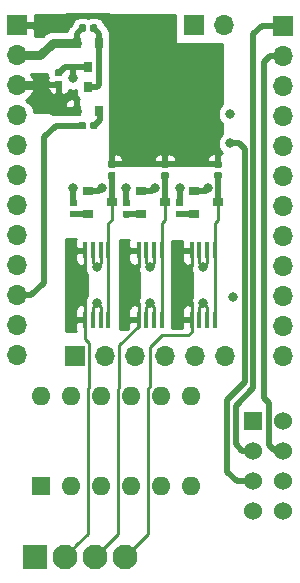
<source format=gbr>
G04 #@! TF.GenerationSoftware,KiCad,Pcbnew,(5.1.5)-3*
G04 #@! TF.CreationDate,2020-06-15T12:52:53-05:00*
G04 #@! TF.ProjectId,LightDriverShieldVer1,4c696768-7444-4726-9976-657253686965,rev?*
G04 #@! TF.SameCoordinates,Original*
G04 #@! TF.FileFunction,Copper,L1,Top*
G04 #@! TF.FilePolarity,Positive*
%FSLAX46Y46*%
G04 Gerber Fmt 4.6, Leading zero omitted, Abs format (unit mm)*
G04 Created by KiCad (PCBNEW (5.1.5)-3) date 2020-06-15 12:52:53*
%MOMM*%
%LPD*%
G04 APERTURE LIST*
%ADD10R,0.450000X1.450000*%
%ADD11C,0.100000*%
%ADD12R,0.900000X0.800000*%
%ADD13O,1.700000X1.700000*%
%ADD14R,1.700000X1.700000*%
%ADD15C,1.524000*%
%ADD16R,1.524000X1.524000*%
%ADD17O,1.600000X1.600000*%
%ADD18R,1.600000X1.600000*%
%ADD19R,0.800000X0.900000*%
%ADD20C,2.100000*%
%ADD21R,2.100000X2.100000*%
%ADD22C,0.800000*%
%ADD23C,0.750000*%
%ADD24C,0.500000*%
%ADD25C,0.250000*%
%ADD26C,0.254000*%
G04 APERTURE END LIST*
D10*
X105775000Y-111050000D03*
X106425000Y-111050000D03*
X107075000Y-111050000D03*
X107725000Y-111050000D03*
X107725000Y-116950000D03*
X107075000Y-116950000D03*
X106425000Y-116950000D03*
X105775000Y-116950000D03*
X114775000Y-111050000D03*
X115425000Y-111050000D03*
X116075000Y-111050000D03*
X116725000Y-111050000D03*
X116725000Y-116950000D03*
X116075000Y-116950000D03*
X115425000Y-116950000D03*
X114775000Y-116950000D03*
X110275000Y-111050000D03*
X110925000Y-111050000D03*
X111575000Y-111050000D03*
X112225000Y-111050000D03*
X112225000Y-116950000D03*
X111575000Y-116950000D03*
X110925000Y-116950000D03*
X110275000Y-116950000D03*
G04 #@! TA.AperFunction,SMDPad,CuDef*
D11*
G36*
X117186958Y-103470710D02*
G01*
X117201276Y-103472834D01*
X117215317Y-103476351D01*
X117228946Y-103481228D01*
X117242031Y-103487417D01*
X117254447Y-103494858D01*
X117266073Y-103503481D01*
X117276798Y-103513202D01*
X117286519Y-103523927D01*
X117295142Y-103535553D01*
X117302583Y-103547969D01*
X117308772Y-103561054D01*
X117313649Y-103574683D01*
X117317166Y-103588724D01*
X117319290Y-103603042D01*
X117320000Y-103617500D01*
X117320000Y-103912500D01*
X117319290Y-103926958D01*
X117317166Y-103941276D01*
X117313649Y-103955317D01*
X117308772Y-103968946D01*
X117302583Y-103982031D01*
X117295142Y-103994447D01*
X117286519Y-104006073D01*
X117276798Y-104016798D01*
X117266073Y-104026519D01*
X117254447Y-104035142D01*
X117242031Y-104042583D01*
X117228946Y-104048772D01*
X117215317Y-104053649D01*
X117201276Y-104057166D01*
X117186958Y-104059290D01*
X117172500Y-104060000D01*
X116827500Y-104060000D01*
X116813042Y-104059290D01*
X116798724Y-104057166D01*
X116784683Y-104053649D01*
X116771054Y-104048772D01*
X116757969Y-104042583D01*
X116745553Y-104035142D01*
X116733927Y-104026519D01*
X116723202Y-104016798D01*
X116713481Y-104006073D01*
X116704858Y-103994447D01*
X116697417Y-103982031D01*
X116691228Y-103968946D01*
X116686351Y-103955317D01*
X116682834Y-103941276D01*
X116680710Y-103926958D01*
X116680000Y-103912500D01*
X116680000Y-103617500D01*
X116680710Y-103603042D01*
X116682834Y-103588724D01*
X116686351Y-103574683D01*
X116691228Y-103561054D01*
X116697417Y-103547969D01*
X116704858Y-103535553D01*
X116713481Y-103523927D01*
X116723202Y-103513202D01*
X116733927Y-103503481D01*
X116745553Y-103494858D01*
X116757969Y-103487417D01*
X116771054Y-103481228D01*
X116784683Y-103476351D01*
X116798724Y-103472834D01*
X116813042Y-103470710D01*
X116827500Y-103470000D01*
X117172500Y-103470000D01*
X117186958Y-103470710D01*
G37*
G04 #@! TD.AperFunction*
G04 #@! TA.AperFunction,SMDPad,CuDef*
G36*
X117186958Y-104440710D02*
G01*
X117201276Y-104442834D01*
X117215317Y-104446351D01*
X117228946Y-104451228D01*
X117242031Y-104457417D01*
X117254447Y-104464858D01*
X117266073Y-104473481D01*
X117276798Y-104483202D01*
X117286519Y-104493927D01*
X117295142Y-104505553D01*
X117302583Y-104517969D01*
X117308772Y-104531054D01*
X117313649Y-104544683D01*
X117317166Y-104558724D01*
X117319290Y-104573042D01*
X117320000Y-104587500D01*
X117320000Y-104882500D01*
X117319290Y-104896958D01*
X117317166Y-104911276D01*
X117313649Y-104925317D01*
X117308772Y-104938946D01*
X117302583Y-104952031D01*
X117295142Y-104964447D01*
X117286519Y-104976073D01*
X117276798Y-104986798D01*
X117266073Y-104996519D01*
X117254447Y-105005142D01*
X117242031Y-105012583D01*
X117228946Y-105018772D01*
X117215317Y-105023649D01*
X117201276Y-105027166D01*
X117186958Y-105029290D01*
X117172500Y-105030000D01*
X116827500Y-105030000D01*
X116813042Y-105029290D01*
X116798724Y-105027166D01*
X116784683Y-105023649D01*
X116771054Y-105018772D01*
X116757969Y-105012583D01*
X116745553Y-105005142D01*
X116733927Y-104996519D01*
X116723202Y-104986798D01*
X116713481Y-104976073D01*
X116704858Y-104964447D01*
X116697417Y-104952031D01*
X116691228Y-104938946D01*
X116686351Y-104925317D01*
X116682834Y-104911276D01*
X116680710Y-104896958D01*
X116680000Y-104882500D01*
X116680000Y-104587500D01*
X116680710Y-104573042D01*
X116682834Y-104558724D01*
X116686351Y-104544683D01*
X116691228Y-104531054D01*
X116697417Y-104517969D01*
X116704858Y-104505553D01*
X116713481Y-104493927D01*
X116723202Y-104483202D01*
X116733927Y-104473481D01*
X116745553Y-104464858D01*
X116757969Y-104457417D01*
X116771054Y-104451228D01*
X116784683Y-104446351D01*
X116798724Y-104442834D01*
X116813042Y-104440710D01*
X116827500Y-104440000D01*
X117172500Y-104440000D01*
X117186958Y-104440710D01*
G37*
G04 #@! TD.AperFunction*
G04 #@! TA.AperFunction,SMDPad,CuDef*
G36*
X113936958Y-107690710D02*
G01*
X113951276Y-107692834D01*
X113965317Y-107696351D01*
X113978946Y-107701228D01*
X113992031Y-107707417D01*
X114004447Y-107714858D01*
X114016073Y-107723481D01*
X114026798Y-107733202D01*
X114036519Y-107743927D01*
X114045142Y-107755553D01*
X114052583Y-107767969D01*
X114058772Y-107781054D01*
X114063649Y-107794683D01*
X114067166Y-107808724D01*
X114069290Y-107823042D01*
X114070000Y-107837500D01*
X114070000Y-108132500D01*
X114069290Y-108146958D01*
X114067166Y-108161276D01*
X114063649Y-108175317D01*
X114058772Y-108188946D01*
X114052583Y-108202031D01*
X114045142Y-108214447D01*
X114036519Y-108226073D01*
X114026798Y-108236798D01*
X114016073Y-108246519D01*
X114004447Y-108255142D01*
X113992031Y-108262583D01*
X113978946Y-108268772D01*
X113965317Y-108273649D01*
X113951276Y-108277166D01*
X113936958Y-108279290D01*
X113922500Y-108280000D01*
X113577500Y-108280000D01*
X113563042Y-108279290D01*
X113548724Y-108277166D01*
X113534683Y-108273649D01*
X113521054Y-108268772D01*
X113507969Y-108262583D01*
X113495553Y-108255142D01*
X113483927Y-108246519D01*
X113473202Y-108236798D01*
X113463481Y-108226073D01*
X113454858Y-108214447D01*
X113447417Y-108202031D01*
X113441228Y-108188946D01*
X113436351Y-108175317D01*
X113432834Y-108161276D01*
X113430710Y-108146958D01*
X113430000Y-108132500D01*
X113430000Y-107837500D01*
X113430710Y-107823042D01*
X113432834Y-107808724D01*
X113436351Y-107794683D01*
X113441228Y-107781054D01*
X113447417Y-107767969D01*
X113454858Y-107755553D01*
X113463481Y-107743927D01*
X113473202Y-107733202D01*
X113483927Y-107723481D01*
X113495553Y-107714858D01*
X113507969Y-107707417D01*
X113521054Y-107701228D01*
X113534683Y-107696351D01*
X113548724Y-107692834D01*
X113563042Y-107690710D01*
X113577500Y-107690000D01*
X113922500Y-107690000D01*
X113936958Y-107690710D01*
G37*
G04 #@! TD.AperFunction*
G04 #@! TA.AperFunction,SMDPad,CuDef*
G36*
X113936958Y-106720710D02*
G01*
X113951276Y-106722834D01*
X113965317Y-106726351D01*
X113978946Y-106731228D01*
X113992031Y-106737417D01*
X114004447Y-106744858D01*
X114016073Y-106753481D01*
X114026798Y-106763202D01*
X114036519Y-106773927D01*
X114045142Y-106785553D01*
X114052583Y-106797969D01*
X114058772Y-106811054D01*
X114063649Y-106824683D01*
X114067166Y-106838724D01*
X114069290Y-106853042D01*
X114070000Y-106867500D01*
X114070000Y-107162500D01*
X114069290Y-107176958D01*
X114067166Y-107191276D01*
X114063649Y-107205317D01*
X114058772Y-107218946D01*
X114052583Y-107232031D01*
X114045142Y-107244447D01*
X114036519Y-107256073D01*
X114026798Y-107266798D01*
X114016073Y-107276519D01*
X114004447Y-107285142D01*
X113992031Y-107292583D01*
X113978946Y-107298772D01*
X113965317Y-107303649D01*
X113951276Y-107307166D01*
X113936958Y-107309290D01*
X113922500Y-107310000D01*
X113577500Y-107310000D01*
X113563042Y-107309290D01*
X113548724Y-107307166D01*
X113534683Y-107303649D01*
X113521054Y-107298772D01*
X113507969Y-107292583D01*
X113495553Y-107285142D01*
X113483927Y-107276519D01*
X113473202Y-107266798D01*
X113463481Y-107256073D01*
X113454858Y-107244447D01*
X113447417Y-107232031D01*
X113441228Y-107218946D01*
X113436351Y-107205317D01*
X113432834Y-107191276D01*
X113430710Y-107176958D01*
X113430000Y-107162500D01*
X113430000Y-106867500D01*
X113430710Y-106853042D01*
X113432834Y-106838724D01*
X113436351Y-106824683D01*
X113441228Y-106811054D01*
X113447417Y-106797969D01*
X113454858Y-106785553D01*
X113463481Y-106773927D01*
X113473202Y-106763202D01*
X113483927Y-106753481D01*
X113495553Y-106744858D01*
X113507969Y-106737417D01*
X113521054Y-106731228D01*
X113534683Y-106726351D01*
X113548724Y-106722834D01*
X113563042Y-106720710D01*
X113577500Y-106720000D01*
X113922500Y-106720000D01*
X113936958Y-106720710D01*
G37*
G04 #@! TD.AperFunction*
G04 #@! TA.AperFunction,SMDPad,CuDef*
G36*
X112686958Y-103470710D02*
G01*
X112701276Y-103472834D01*
X112715317Y-103476351D01*
X112728946Y-103481228D01*
X112742031Y-103487417D01*
X112754447Y-103494858D01*
X112766073Y-103503481D01*
X112776798Y-103513202D01*
X112786519Y-103523927D01*
X112795142Y-103535553D01*
X112802583Y-103547969D01*
X112808772Y-103561054D01*
X112813649Y-103574683D01*
X112817166Y-103588724D01*
X112819290Y-103603042D01*
X112820000Y-103617500D01*
X112820000Y-103912500D01*
X112819290Y-103926958D01*
X112817166Y-103941276D01*
X112813649Y-103955317D01*
X112808772Y-103968946D01*
X112802583Y-103982031D01*
X112795142Y-103994447D01*
X112786519Y-104006073D01*
X112776798Y-104016798D01*
X112766073Y-104026519D01*
X112754447Y-104035142D01*
X112742031Y-104042583D01*
X112728946Y-104048772D01*
X112715317Y-104053649D01*
X112701276Y-104057166D01*
X112686958Y-104059290D01*
X112672500Y-104060000D01*
X112327500Y-104060000D01*
X112313042Y-104059290D01*
X112298724Y-104057166D01*
X112284683Y-104053649D01*
X112271054Y-104048772D01*
X112257969Y-104042583D01*
X112245553Y-104035142D01*
X112233927Y-104026519D01*
X112223202Y-104016798D01*
X112213481Y-104006073D01*
X112204858Y-103994447D01*
X112197417Y-103982031D01*
X112191228Y-103968946D01*
X112186351Y-103955317D01*
X112182834Y-103941276D01*
X112180710Y-103926958D01*
X112180000Y-103912500D01*
X112180000Y-103617500D01*
X112180710Y-103603042D01*
X112182834Y-103588724D01*
X112186351Y-103574683D01*
X112191228Y-103561054D01*
X112197417Y-103547969D01*
X112204858Y-103535553D01*
X112213481Y-103523927D01*
X112223202Y-103513202D01*
X112233927Y-103503481D01*
X112245553Y-103494858D01*
X112257969Y-103487417D01*
X112271054Y-103481228D01*
X112284683Y-103476351D01*
X112298724Y-103472834D01*
X112313042Y-103470710D01*
X112327500Y-103470000D01*
X112672500Y-103470000D01*
X112686958Y-103470710D01*
G37*
G04 #@! TD.AperFunction*
G04 #@! TA.AperFunction,SMDPad,CuDef*
G36*
X112686958Y-104440710D02*
G01*
X112701276Y-104442834D01*
X112715317Y-104446351D01*
X112728946Y-104451228D01*
X112742031Y-104457417D01*
X112754447Y-104464858D01*
X112766073Y-104473481D01*
X112776798Y-104483202D01*
X112786519Y-104493927D01*
X112795142Y-104505553D01*
X112802583Y-104517969D01*
X112808772Y-104531054D01*
X112813649Y-104544683D01*
X112817166Y-104558724D01*
X112819290Y-104573042D01*
X112820000Y-104587500D01*
X112820000Y-104882500D01*
X112819290Y-104896958D01*
X112817166Y-104911276D01*
X112813649Y-104925317D01*
X112808772Y-104938946D01*
X112802583Y-104952031D01*
X112795142Y-104964447D01*
X112786519Y-104976073D01*
X112776798Y-104986798D01*
X112766073Y-104996519D01*
X112754447Y-105005142D01*
X112742031Y-105012583D01*
X112728946Y-105018772D01*
X112715317Y-105023649D01*
X112701276Y-105027166D01*
X112686958Y-105029290D01*
X112672500Y-105030000D01*
X112327500Y-105030000D01*
X112313042Y-105029290D01*
X112298724Y-105027166D01*
X112284683Y-105023649D01*
X112271054Y-105018772D01*
X112257969Y-105012583D01*
X112245553Y-105005142D01*
X112233927Y-104996519D01*
X112223202Y-104986798D01*
X112213481Y-104976073D01*
X112204858Y-104964447D01*
X112197417Y-104952031D01*
X112191228Y-104938946D01*
X112186351Y-104925317D01*
X112182834Y-104911276D01*
X112180710Y-104896958D01*
X112180000Y-104882500D01*
X112180000Y-104587500D01*
X112180710Y-104573042D01*
X112182834Y-104558724D01*
X112186351Y-104544683D01*
X112191228Y-104531054D01*
X112197417Y-104517969D01*
X112204858Y-104505553D01*
X112213481Y-104493927D01*
X112223202Y-104483202D01*
X112233927Y-104473481D01*
X112245553Y-104464858D01*
X112257969Y-104457417D01*
X112271054Y-104451228D01*
X112284683Y-104446351D01*
X112298724Y-104442834D01*
X112313042Y-104440710D01*
X112327500Y-104440000D01*
X112672500Y-104440000D01*
X112686958Y-104440710D01*
G37*
G04 #@! TD.AperFunction*
G04 #@! TA.AperFunction,SMDPad,CuDef*
G36*
X108186958Y-103470710D02*
G01*
X108201276Y-103472834D01*
X108215317Y-103476351D01*
X108228946Y-103481228D01*
X108242031Y-103487417D01*
X108254447Y-103494858D01*
X108266073Y-103503481D01*
X108276798Y-103513202D01*
X108286519Y-103523927D01*
X108295142Y-103535553D01*
X108302583Y-103547969D01*
X108308772Y-103561054D01*
X108313649Y-103574683D01*
X108317166Y-103588724D01*
X108319290Y-103603042D01*
X108320000Y-103617500D01*
X108320000Y-103912500D01*
X108319290Y-103926958D01*
X108317166Y-103941276D01*
X108313649Y-103955317D01*
X108308772Y-103968946D01*
X108302583Y-103982031D01*
X108295142Y-103994447D01*
X108286519Y-104006073D01*
X108276798Y-104016798D01*
X108266073Y-104026519D01*
X108254447Y-104035142D01*
X108242031Y-104042583D01*
X108228946Y-104048772D01*
X108215317Y-104053649D01*
X108201276Y-104057166D01*
X108186958Y-104059290D01*
X108172500Y-104060000D01*
X107827500Y-104060000D01*
X107813042Y-104059290D01*
X107798724Y-104057166D01*
X107784683Y-104053649D01*
X107771054Y-104048772D01*
X107757969Y-104042583D01*
X107745553Y-104035142D01*
X107733927Y-104026519D01*
X107723202Y-104016798D01*
X107713481Y-104006073D01*
X107704858Y-103994447D01*
X107697417Y-103982031D01*
X107691228Y-103968946D01*
X107686351Y-103955317D01*
X107682834Y-103941276D01*
X107680710Y-103926958D01*
X107680000Y-103912500D01*
X107680000Y-103617500D01*
X107680710Y-103603042D01*
X107682834Y-103588724D01*
X107686351Y-103574683D01*
X107691228Y-103561054D01*
X107697417Y-103547969D01*
X107704858Y-103535553D01*
X107713481Y-103523927D01*
X107723202Y-103513202D01*
X107733927Y-103503481D01*
X107745553Y-103494858D01*
X107757969Y-103487417D01*
X107771054Y-103481228D01*
X107784683Y-103476351D01*
X107798724Y-103472834D01*
X107813042Y-103470710D01*
X107827500Y-103470000D01*
X108172500Y-103470000D01*
X108186958Y-103470710D01*
G37*
G04 #@! TD.AperFunction*
G04 #@! TA.AperFunction,SMDPad,CuDef*
G36*
X108186958Y-104440710D02*
G01*
X108201276Y-104442834D01*
X108215317Y-104446351D01*
X108228946Y-104451228D01*
X108242031Y-104457417D01*
X108254447Y-104464858D01*
X108266073Y-104473481D01*
X108276798Y-104483202D01*
X108286519Y-104493927D01*
X108295142Y-104505553D01*
X108302583Y-104517969D01*
X108308772Y-104531054D01*
X108313649Y-104544683D01*
X108317166Y-104558724D01*
X108319290Y-104573042D01*
X108320000Y-104587500D01*
X108320000Y-104882500D01*
X108319290Y-104896958D01*
X108317166Y-104911276D01*
X108313649Y-104925317D01*
X108308772Y-104938946D01*
X108302583Y-104952031D01*
X108295142Y-104964447D01*
X108286519Y-104976073D01*
X108276798Y-104986798D01*
X108266073Y-104996519D01*
X108254447Y-105005142D01*
X108242031Y-105012583D01*
X108228946Y-105018772D01*
X108215317Y-105023649D01*
X108201276Y-105027166D01*
X108186958Y-105029290D01*
X108172500Y-105030000D01*
X107827500Y-105030000D01*
X107813042Y-105029290D01*
X107798724Y-105027166D01*
X107784683Y-105023649D01*
X107771054Y-105018772D01*
X107757969Y-105012583D01*
X107745553Y-105005142D01*
X107733927Y-104996519D01*
X107723202Y-104986798D01*
X107713481Y-104976073D01*
X107704858Y-104964447D01*
X107697417Y-104952031D01*
X107691228Y-104938946D01*
X107686351Y-104925317D01*
X107682834Y-104911276D01*
X107680710Y-104896958D01*
X107680000Y-104882500D01*
X107680000Y-104587500D01*
X107680710Y-104573042D01*
X107682834Y-104558724D01*
X107686351Y-104544683D01*
X107691228Y-104531054D01*
X107697417Y-104517969D01*
X107704858Y-104505553D01*
X107713481Y-104493927D01*
X107723202Y-104483202D01*
X107733927Y-104473481D01*
X107745553Y-104464858D01*
X107757969Y-104457417D01*
X107771054Y-104451228D01*
X107784683Y-104446351D01*
X107798724Y-104442834D01*
X107813042Y-104440710D01*
X107827500Y-104440000D01*
X108172500Y-104440000D01*
X108186958Y-104440710D01*
G37*
G04 #@! TD.AperFunction*
G04 #@! TA.AperFunction,SMDPad,CuDef*
G36*
X109436958Y-107705710D02*
G01*
X109451276Y-107707834D01*
X109465317Y-107711351D01*
X109478946Y-107716228D01*
X109492031Y-107722417D01*
X109504447Y-107729858D01*
X109516073Y-107738481D01*
X109526798Y-107748202D01*
X109536519Y-107758927D01*
X109545142Y-107770553D01*
X109552583Y-107782969D01*
X109558772Y-107796054D01*
X109563649Y-107809683D01*
X109567166Y-107823724D01*
X109569290Y-107838042D01*
X109570000Y-107852500D01*
X109570000Y-108147500D01*
X109569290Y-108161958D01*
X109567166Y-108176276D01*
X109563649Y-108190317D01*
X109558772Y-108203946D01*
X109552583Y-108217031D01*
X109545142Y-108229447D01*
X109536519Y-108241073D01*
X109526798Y-108251798D01*
X109516073Y-108261519D01*
X109504447Y-108270142D01*
X109492031Y-108277583D01*
X109478946Y-108283772D01*
X109465317Y-108288649D01*
X109451276Y-108292166D01*
X109436958Y-108294290D01*
X109422500Y-108295000D01*
X109077500Y-108295000D01*
X109063042Y-108294290D01*
X109048724Y-108292166D01*
X109034683Y-108288649D01*
X109021054Y-108283772D01*
X109007969Y-108277583D01*
X108995553Y-108270142D01*
X108983927Y-108261519D01*
X108973202Y-108251798D01*
X108963481Y-108241073D01*
X108954858Y-108229447D01*
X108947417Y-108217031D01*
X108941228Y-108203946D01*
X108936351Y-108190317D01*
X108932834Y-108176276D01*
X108930710Y-108161958D01*
X108930000Y-108147500D01*
X108930000Y-107852500D01*
X108930710Y-107838042D01*
X108932834Y-107823724D01*
X108936351Y-107809683D01*
X108941228Y-107796054D01*
X108947417Y-107782969D01*
X108954858Y-107770553D01*
X108963481Y-107758927D01*
X108973202Y-107748202D01*
X108983927Y-107738481D01*
X108995553Y-107729858D01*
X109007969Y-107722417D01*
X109021054Y-107716228D01*
X109034683Y-107711351D01*
X109048724Y-107707834D01*
X109063042Y-107705710D01*
X109077500Y-107705000D01*
X109422500Y-107705000D01*
X109436958Y-107705710D01*
G37*
G04 #@! TD.AperFunction*
G04 #@! TA.AperFunction,SMDPad,CuDef*
G36*
X109436958Y-106735710D02*
G01*
X109451276Y-106737834D01*
X109465317Y-106741351D01*
X109478946Y-106746228D01*
X109492031Y-106752417D01*
X109504447Y-106759858D01*
X109516073Y-106768481D01*
X109526798Y-106778202D01*
X109536519Y-106788927D01*
X109545142Y-106800553D01*
X109552583Y-106812969D01*
X109558772Y-106826054D01*
X109563649Y-106839683D01*
X109567166Y-106853724D01*
X109569290Y-106868042D01*
X109570000Y-106882500D01*
X109570000Y-107177500D01*
X109569290Y-107191958D01*
X109567166Y-107206276D01*
X109563649Y-107220317D01*
X109558772Y-107233946D01*
X109552583Y-107247031D01*
X109545142Y-107259447D01*
X109536519Y-107271073D01*
X109526798Y-107281798D01*
X109516073Y-107291519D01*
X109504447Y-107300142D01*
X109492031Y-107307583D01*
X109478946Y-107313772D01*
X109465317Y-107318649D01*
X109451276Y-107322166D01*
X109436958Y-107324290D01*
X109422500Y-107325000D01*
X109077500Y-107325000D01*
X109063042Y-107324290D01*
X109048724Y-107322166D01*
X109034683Y-107318649D01*
X109021054Y-107313772D01*
X109007969Y-107307583D01*
X108995553Y-107300142D01*
X108983927Y-107291519D01*
X108973202Y-107281798D01*
X108963481Y-107271073D01*
X108954858Y-107259447D01*
X108947417Y-107247031D01*
X108941228Y-107233946D01*
X108936351Y-107220317D01*
X108932834Y-107206276D01*
X108930710Y-107191958D01*
X108930000Y-107177500D01*
X108930000Y-106882500D01*
X108930710Y-106868042D01*
X108932834Y-106853724D01*
X108936351Y-106839683D01*
X108941228Y-106826054D01*
X108947417Y-106812969D01*
X108954858Y-106800553D01*
X108963481Y-106788927D01*
X108973202Y-106778202D01*
X108983927Y-106768481D01*
X108995553Y-106759858D01*
X109007969Y-106752417D01*
X109021054Y-106746228D01*
X109034683Y-106741351D01*
X109048724Y-106737834D01*
X109063042Y-106735710D01*
X109077500Y-106735000D01*
X109422500Y-106735000D01*
X109436958Y-106735710D01*
G37*
G04 #@! TD.AperFunction*
G04 #@! TA.AperFunction,SMDPad,CuDef*
G36*
X104936958Y-107690710D02*
G01*
X104951276Y-107692834D01*
X104965317Y-107696351D01*
X104978946Y-107701228D01*
X104992031Y-107707417D01*
X105004447Y-107714858D01*
X105016073Y-107723481D01*
X105026798Y-107733202D01*
X105036519Y-107743927D01*
X105045142Y-107755553D01*
X105052583Y-107767969D01*
X105058772Y-107781054D01*
X105063649Y-107794683D01*
X105067166Y-107808724D01*
X105069290Y-107823042D01*
X105070000Y-107837500D01*
X105070000Y-108132500D01*
X105069290Y-108146958D01*
X105067166Y-108161276D01*
X105063649Y-108175317D01*
X105058772Y-108188946D01*
X105052583Y-108202031D01*
X105045142Y-108214447D01*
X105036519Y-108226073D01*
X105026798Y-108236798D01*
X105016073Y-108246519D01*
X105004447Y-108255142D01*
X104992031Y-108262583D01*
X104978946Y-108268772D01*
X104965317Y-108273649D01*
X104951276Y-108277166D01*
X104936958Y-108279290D01*
X104922500Y-108280000D01*
X104577500Y-108280000D01*
X104563042Y-108279290D01*
X104548724Y-108277166D01*
X104534683Y-108273649D01*
X104521054Y-108268772D01*
X104507969Y-108262583D01*
X104495553Y-108255142D01*
X104483927Y-108246519D01*
X104473202Y-108236798D01*
X104463481Y-108226073D01*
X104454858Y-108214447D01*
X104447417Y-108202031D01*
X104441228Y-108188946D01*
X104436351Y-108175317D01*
X104432834Y-108161276D01*
X104430710Y-108146958D01*
X104430000Y-108132500D01*
X104430000Y-107837500D01*
X104430710Y-107823042D01*
X104432834Y-107808724D01*
X104436351Y-107794683D01*
X104441228Y-107781054D01*
X104447417Y-107767969D01*
X104454858Y-107755553D01*
X104463481Y-107743927D01*
X104473202Y-107733202D01*
X104483927Y-107723481D01*
X104495553Y-107714858D01*
X104507969Y-107707417D01*
X104521054Y-107701228D01*
X104534683Y-107696351D01*
X104548724Y-107692834D01*
X104563042Y-107690710D01*
X104577500Y-107690000D01*
X104922500Y-107690000D01*
X104936958Y-107690710D01*
G37*
G04 #@! TD.AperFunction*
G04 #@! TA.AperFunction,SMDPad,CuDef*
G36*
X104936958Y-106720710D02*
G01*
X104951276Y-106722834D01*
X104965317Y-106726351D01*
X104978946Y-106731228D01*
X104992031Y-106737417D01*
X105004447Y-106744858D01*
X105016073Y-106753481D01*
X105026798Y-106763202D01*
X105036519Y-106773927D01*
X105045142Y-106785553D01*
X105052583Y-106797969D01*
X105058772Y-106811054D01*
X105063649Y-106824683D01*
X105067166Y-106838724D01*
X105069290Y-106853042D01*
X105070000Y-106867500D01*
X105070000Y-107162500D01*
X105069290Y-107176958D01*
X105067166Y-107191276D01*
X105063649Y-107205317D01*
X105058772Y-107218946D01*
X105052583Y-107232031D01*
X105045142Y-107244447D01*
X105036519Y-107256073D01*
X105026798Y-107266798D01*
X105016073Y-107276519D01*
X105004447Y-107285142D01*
X104992031Y-107292583D01*
X104978946Y-107298772D01*
X104965317Y-107303649D01*
X104951276Y-107307166D01*
X104936958Y-107309290D01*
X104922500Y-107310000D01*
X104577500Y-107310000D01*
X104563042Y-107309290D01*
X104548724Y-107307166D01*
X104534683Y-107303649D01*
X104521054Y-107298772D01*
X104507969Y-107292583D01*
X104495553Y-107285142D01*
X104483927Y-107276519D01*
X104473202Y-107266798D01*
X104463481Y-107256073D01*
X104454858Y-107244447D01*
X104447417Y-107232031D01*
X104441228Y-107218946D01*
X104436351Y-107205317D01*
X104432834Y-107191276D01*
X104430710Y-107176958D01*
X104430000Y-107162500D01*
X104430000Y-106867500D01*
X104430710Y-106853042D01*
X104432834Y-106838724D01*
X104436351Y-106824683D01*
X104441228Y-106811054D01*
X104447417Y-106797969D01*
X104454858Y-106785553D01*
X104463481Y-106773927D01*
X104473202Y-106763202D01*
X104483927Y-106753481D01*
X104495553Y-106744858D01*
X104507969Y-106737417D01*
X104521054Y-106731228D01*
X104534683Y-106726351D01*
X104548724Y-106722834D01*
X104563042Y-106720710D01*
X104577500Y-106720000D01*
X104922500Y-106720000D01*
X104936958Y-106720710D01*
G37*
G04 #@! TD.AperFunction*
D12*
X117000000Y-107000000D03*
X115000000Y-107950000D03*
X115000000Y-106050000D03*
X112500000Y-107000000D03*
X110500000Y-107950000D03*
X110500000Y-106050000D03*
X108000000Y-107000000D03*
X106000000Y-107950000D03*
X106000000Y-106050000D03*
D13*
X117500000Y-92000000D03*
D14*
X114960000Y-92000000D03*
D15*
X122540000Y-133120000D03*
X120000000Y-133120000D03*
X122540000Y-130580000D03*
X120000000Y-130580000D03*
X122540000Y-128040000D03*
X120000000Y-128040000D03*
X122540000Y-125500000D03*
D16*
X120000000Y-125500000D03*
D17*
X102000000Y-123380000D03*
X114700000Y-131000000D03*
X104540000Y-123380000D03*
X112160000Y-131000000D03*
X107080000Y-123380000D03*
X109620000Y-131000000D03*
X109620000Y-123380000D03*
X107080000Y-131000000D03*
X112160000Y-123380000D03*
X104540000Y-131000000D03*
X114700000Y-123380000D03*
D18*
X102000000Y-131000000D03*
G04 #@! TA.AperFunction,SMDPad,CuDef*
D11*
G36*
X105676958Y-91930710D02*
G01*
X105691276Y-91932834D01*
X105705317Y-91936351D01*
X105718946Y-91941228D01*
X105732031Y-91947417D01*
X105744447Y-91954858D01*
X105756073Y-91963481D01*
X105766798Y-91973202D01*
X105776519Y-91983927D01*
X105785142Y-91995553D01*
X105792583Y-92007969D01*
X105798772Y-92021054D01*
X105803649Y-92034683D01*
X105807166Y-92048724D01*
X105809290Y-92063042D01*
X105810000Y-92077500D01*
X105810000Y-92422500D01*
X105809290Y-92436958D01*
X105807166Y-92451276D01*
X105803649Y-92465317D01*
X105798772Y-92478946D01*
X105792583Y-92492031D01*
X105785142Y-92504447D01*
X105776519Y-92516073D01*
X105766798Y-92526798D01*
X105756073Y-92536519D01*
X105744447Y-92545142D01*
X105732031Y-92552583D01*
X105718946Y-92558772D01*
X105705317Y-92563649D01*
X105691276Y-92567166D01*
X105676958Y-92569290D01*
X105662500Y-92570000D01*
X105367500Y-92570000D01*
X105353042Y-92569290D01*
X105338724Y-92567166D01*
X105324683Y-92563649D01*
X105311054Y-92558772D01*
X105297969Y-92552583D01*
X105285553Y-92545142D01*
X105273927Y-92536519D01*
X105263202Y-92526798D01*
X105253481Y-92516073D01*
X105244858Y-92504447D01*
X105237417Y-92492031D01*
X105231228Y-92478946D01*
X105226351Y-92465317D01*
X105222834Y-92451276D01*
X105220710Y-92436958D01*
X105220000Y-92422500D01*
X105220000Y-92077500D01*
X105220710Y-92063042D01*
X105222834Y-92048724D01*
X105226351Y-92034683D01*
X105231228Y-92021054D01*
X105237417Y-92007969D01*
X105244858Y-91995553D01*
X105253481Y-91983927D01*
X105263202Y-91973202D01*
X105273927Y-91963481D01*
X105285553Y-91954858D01*
X105297969Y-91947417D01*
X105311054Y-91941228D01*
X105324683Y-91936351D01*
X105338724Y-91932834D01*
X105353042Y-91930710D01*
X105367500Y-91930000D01*
X105662500Y-91930000D01*
X105676958Y-91930710D01*
G37*
G04 #@! TD.AperFunction*
G04 #@! TA.AperFunction,SMDPad,CuDef*
G36*
X106646958Y-91930710D02*
G01*
X106661276Y-91932834D01*
X106675317Y-91936351D01*
X106688946Y-91941228D01*
X106702031Y-91947417D01*
X106714447Y-91954858D01*
X106726073Y-91963481D01*
X106736798Y-91973202D01*
X106746519Y-91983927D01*
X106755142Y-91995553D01*
X106762583Y-92007969D01*
X106768772Y-92021054D01*
X106773649Y-92034683D01*
X106777166Y-92048724D01*
X106779290Y-92063042D01*
X106780000Y-92077500D01*
X106780000Y-92422500D01*
X106779290Y-92436958D01*
X106777166Y-92451276D01*
X106773649Y-92465317D01*
X106768772Y-92478946D01*
X106762583Y-92492031D01*
X106755142Y-92504447D01*
X106746519Y-92516073D01*
X106736798Y-92526798D01*
X106726073Y-92536519D01*
X106714447Y-92545142D01*
X106702031Y-92552583D01*
X106688946Y-92558772D01*
X106675317Y-92563649D01*
X106661276Y-92567166D01*
X106646958Y-92569290D01*
X106632500Y-92570000D01*
X106337500Y-92570000D01*
X106323042Y-92569290D01*
X106308724Y-92567166D01*
X106294683Y-92563649D01*
X106281054Y-92558772D01*
X106267969Y-92552583D01*
X106255553Y-92545142D01*
X106243927Y-92536519D01*
X106233202Y-92526798D01*
X106223481Y-92516073D01*
X106214858Y-92504447D01*
X106207417Y-92492031D01*
X106201228Y-92478946D01*
X106196351Y-92465317D01*
X106192834Y-92451276D01*
X106190710Y-92436958D01*
X106190000Y-92422500D01*
X106190000Y-92077500D01*
X106190710Y-92063042D01*
X106192834Y-92048724D01*
X106196351Y-92034683D01*
X106201228Y-92021054D01*
X106207417Y-92007969D01*
X106214858Y-91995553D01*
X106223481Y-91983927D01*
X106233202Y-91973202D01*
X106243927Y-91963481D01*
X106255553Y-91954858D01*
X106267969Y-91947417D01*
X106281054Y-91941228D01*
X106294683Y-91936351D01*
X106308724Y-91932834D01*
X106323042Y-91930710D01*
X106337500Y-91930000D01*
X106632500Y-91930000D01*
X106646958Y-91930710D01*
G37*
G04 #@! TD.AperFunction*
G04 #@! TA.AperFunction,SMDPad,CuDef*
G36*
X106646958Y-100180710D02*
G01*
X106661276Y-100182834D01*
X106675317Y-100186351D01*
X106688946Y-100191228D01*
X106702031Y-100197417D01*
X106714447Y-100204858D01*
X106726073Y-100213481D01*
X106736798Y-100223202D01*
X106746519Y-100233927D01*
X106755142Y-100245553D01*
X106762583Y-100257969D01*
X106768772Y-100271054D01*
X106773649Y-100284683D01*
X106777166Y-100298724D01*
X106779290Y-100313042D01*
X106780000Y-100327500D01*
X106780000Y-100672500D01*
X106779290Y-100686958D01*
X106777166Y-100701276D01*
X106773649Y-100715317D01*
X106768772Y-100728946D01*
X106762583Y-100742031D01*
X106755142Y-100754447D01*
X106746519Y-100766073D01*
X106736798Y-100776798D01*
X106726073Y-100786519D01*
X106714447Y-100795142D01*
X106702031Y-100802583D01*
X106688946Y-100808772D01*
X106675317Y-100813649D01*
X106661276Y-100817166D01*
X106646958Y-100819290D01*
X106632500Y-100820000D01*
X106337500Y-100820000D01*
X106323042Y-100819290D01*
X106308724Y-100817166D01*
X106294683Y-100813649D01*
X106281054Y-100808772D01*
X106267969Y-100802583D01*
X106255553Y-100795142D01*
X106243927Y-100786519D01*
X106233202Y-100776798D01*
X106223481Y-100766073D01*
X106214858Y-100754447D01*
X106207417Y-100742031D01*
X106201228Y-100728946D01*
X106196351Y-100715317D01*
X106192834Y-100701276D01*
X106190710Y-100686958D01*
X106190000Y-100672500D01*
X106190000Y-100327500D01*
X106190710Y-100313042D01*
X106192834Y-100298724D01*
X106196351Y-100284683D01*
X106201228Y-100271054D01*
X106207417Y-100257969D01*
X106214858Y-100245553D01*
X106223481Y-100233927D01*
X106233202Y-100223202D01*
X106243927Y-100213481D01*
X106255553Y-100204858D01*
X106267969Y-100197417D01*
X106281054Y-100191228D01*
X106294683Y-100186351D01*
X106308724Y-100182834D01*
X106323042Y-100180710D01*
X106337500Y-100180000D01*
X106632500Y-100180000D01*
X106646958Y-100180710D01*
G37*
G04 #@! TD.AperFunction*
G04 #@! TA.AperFunction,SMDPad,CuDef*
G36*
X105676958Y-100180710D02*
G01*
X105691276Y-100182834D01*
X105705317Y-100186351D01*
X105718946Y-100191228D01*
X105732031Y-100197417D01*
X105744447Y-100204858D01*
X105756073Y-100213481D01*
X105766798Y-100223202D01*
X105776519Y-100233927D01*
X105785142Y-100245553D01*
X105792583Y-100257969D01*
X105798772Y-100271054D01*
X105803649Y-100284683D01*
X105807166Y-100298724D01*
X105809290Y-100313042D01*
X105810000Y-100327500D01*
X105810000Y-100672500D01*
X105809290Y-100686958D01*
X105807166Y-100701276D01*
X105803649Y-100715317D01*
X105798772Y-100728946D01*
X105792583Y-100742031D01*
X105785142Y-100754447D01*
X105776519Y-100766073D01*
X105766798Y-100776798D01*
X105756073Y-100786519D01*
X105744447Y-100795142D01*
X105732031Y-100802583D01*
X105718946Y-100808772D01*
X105705317Y-100813649D01*
X105691276Y-100817166D01*
X105676958Y-100819290D01*
X105662500Y-100820000D01*
X105367500Y-100820000D01*
X105353042Y-100819290D01*
X105338724Y-100817166D01*
X105324683Y-100813649D01*
X105311054Y-100808772D01*
X105297969Y-100802583D01*
X105285553Y-100795142D01*
X105273927Y-100786519D01*
X105263202Y-100776798D01*
X105253481Y-100766073D01*
X105244858Y-100754447D01*
X105237417Y-100742031D01*
X105231228Y-100728946D01*
X105226351Y-100715317D01*
X105222834Y-100701276D01*
X105220710Y-100686958D01*
X105220000Y-100672500D01*
X105220000Y-100327500D01*
X105220710Y-100313042D01*
X105222834Y-100298724D01*
X105226351Y-100284683D01*
X105231228Y-100271054D01*
X105237417Y-100257969D01*
X105244858Y-100245553D01*
X105253481Y-100233927D01*
X105263202Y-100223202D01*
X105273927Y-100213481D01*
X105285553Y-100204858D01*
X105297969Y-100197417D01*
X105311054Y-100191228D01*
X105324683Y-100186351D01*
X105338724Y-100182834D01*
X105353042Y-100180710D01*
X105367500Y-100180000D01*
X105662500Y-100180000D01*
X105676958Y-100180710D01*
G37*
G04 #@! TD.AperFunction*
D19*
X106000000Y-95500000D03*
X105050000Y-93500000D03*
X106950000Y-93500000D03*
X106000000Y-97250000D03*
X106950000Y-99250000D03*
X105050000Y-99250000D03*
D20*
X109120000Y-137000000D03*
X106580000Y-137000000D03*
X104040000Y-137000000D03*
D21*
X101500000Y-137000000D03*
D13*
X117620000Y-120000000D03*
X115080000Y-120000000D03*
X112540000Y-120000000D03*
X110000000Y-120000000D03*
X107460000Y-120000000D03*
D14*
X104920000Y-120000000D03*
D13*
X122500000Y-120000000D03*
X122500000Y-117460000D03*
X122500000Y-114920000D03*
X122500000Y-112380000D03*
X122500000Y-109840000D03*
X122500000Y-107300000D03*
X122500000Y-104760000D03*
X122500000Y-102220000D03*
X122500000Y-99680000D03*
X122500000Y-97140000D03*
X122500000Y-94600000D03*
D14*
X122500000Y-92060000D03*
D13*
X100000000Y-119940000D03*
X100000000Y-117400000D03*
X100000000Y-114860000D03*
X100000000Y-112320000D03*
X100000000Y-109780000D03*
X100000000Y-107240000D03*
X100000000Y-104700000D03*
X100000000Y-102160000D03*
X100000000Y-99620000D03*
X100000000Y-97080000D03*
X100000000Y-94540000D03*
D14*
X100000000Y-92000000D03*
G04 #@! TA.AperFunction,SMDPad,CuDef*
D11*
G36*
X103686958Y-96690710D02*
G01*
X103701276Y-96692834D01*
X103715317Y-96696351D01*
X103728946Y-96701228D01*
X103742031Y-96707417D01*
X103754447Y-96714858D01*
X103766073Y-96723481D01*
X103776798Y-96733202D01*
X103786519Y-96743927D01*
X103795142Y-96755553D01*
X103802583Y-96767969D01*
X103808772Y-96781054D01*
X103813649Y-96794683D01*
X103817166Y-96808724D01*
X103819290Y-96823042D01*
X103820000Y-96837500D01*
X103820000Y-97132500D01*
X103819290Y-97146958D01*
X103817166Y-97161276D01*
X103813649Y-97175317D01*
X103808772Y-97188946D01*
X103802583Y-97202031D01*
X103795142Y-97214447D01*
X103786519Y-97226073D01*
X103776798Y-97236798D01*
X103766073Y-97246519D01*
X103754447Y-97255142D01*
X103742031Y-97262583D01*
X103728946Y-97268772D01*
X103715317Y-97273649D01*
X103701276Y-97277166D01*
X103686958Y-97279290D01*
X103672500Y-97280000D01*
X103327500Y-97280000D01*
X103313042Y-97279290D01*
X103298724Y-97277166D01*
X103284683Y-97273649D01*
X103271054Y-97268772D01*
X103257969Y-97262583D01*
X103245553Y-97255142D01*
X103233927Y-97246519D01*
X103223202Y-97236798D01*
X103213481Y-97226073D01*
X103204858Y-97214447D01*
X103197417Y-97202031D01*
X103191228Y-97188946D01*
X103186351Y-97175317D01*
X103182834Y-97161276D01*
X103180710Y-97146958D01*
X103180000Y-97132500D01*
X103180000Y-96837500D01*
X103180710Y-96823042D01*
X103182834Y-96808724D01*
X103186351Y-96794683D01*
X103191228Y-96781054D01*
X103197417Y-96767969D01*
X103204858Y-96755553D01*
X103213481Y-96743927D01*
X103223202Y-96733202D01*
X103233927Y-96723481D01*
X103245553Y-96714858D01*
X103257969Y-96707417D01*
X103271054Y-96701228D01*
X103284683Y-96696351D01*
X103298724Y-96692834D01*
X103313042Y-96690710D01*
X103327500Y-96690000D01*
X103672500Y-96690000D01*
X103686958Y-96690710D01*
G37*
G04 #@! TD.AperFunction*
G04 #@! TA.AperFunction,SMDPad,CuDef*
G36*
X103686958Y-95720710D02*
G01*
X103701276Y-95722834D01*
X103715317Y-95726351D01*
X103728946Y-95731228D01*
X103742031Y-95737417D01*
X103754447Y-95744858D01*
X103766073Y-95753481D01*
X103776798Y-95763202D01*
X103786519Y-95773927D01*
X103795142Y-95785553D01*
X103802583Y-95797969D01*
X103808772Y-95811054D01*
X103813649Y-95824683D01*
X103817166Y-95838724D01*
X103819290Y-95853042D01*
X103820000Y-95867500D01*
X103820000Y-96162500D01*
X103819290Y-96176958D01*
X103817166Y-96191276D01*
X103813649Y-96205317D01*
X103808772Y-96218946D01*
X103802583Y-96232031D01*
X103795142Y-96244447D01*
X103786519Y-96256073D01*
X103776798Y-96266798D01*
X103766073Y-96276519D01*
X103754447Y-96285142D01*
X103742031Y-96292583D01*
X103728946Y-96298772D01*
X103715317Y-96303649D01*
X103701276Y-96307166D01*
X103686958Y-96309290D01*
X103672500Y-96310000D01*
X103327500Y-96310000D01*
X103313042Y-96309290D01*
X103298724Y-96307166D01*
X103284683Y-96303649D01*
X103271054Y-96298772D01*
X103257969Y-96292583D01*
X103245553Y-96285142D01*
X103233927Y-96276519D01*
X103223202Y-96266798D01*
X103213481Y-96256073D01*
X103204858Y-96244447D01*
X103197417Y-96232031D01*
X103191228Y-96218946D01*
X103186351Y-96205317D01*
X103182834Y-96191276D01*
X103180710Y-96176958D01*
X103180000Y-96162500D01*
X103180000Y-95867500D01*
X103180710Y-95853042D01*
X103182834Y-95838724D01*
X103186351Y-95824683D01*
X103191228Y-95811054D01*
X103197417Y-95797969D01*
X103204858Y-95785553D01*
X103213481Y-95773927D01*
X103223202Y-95763202D01*
X103233927Y-95753481D01*
X103245553Y-95744858D01*
X103257969Y-95737417D01*
X103271054Y-95731228D01*
X103284683Y-95726351D01*
X103298724Y-95722834D01*
X103313042Y-95720710D01*
X103327500Y-95720000D01*
X103672500Y-95720000D01*
X103686958Y-95720710D01*
G37*
G04 #@! TD.AperFunction*
D22*
X105000000Y-115100000D03*
X105000000Y-113000000D03*
X109500000Y-113000000D03*
X109500000Y-115100000D03*
X114000000Y-115050000D03*
X114000000Y-112900000D03*
X105000000Y-114050000D03*
X109500000Y-114050000D03*
X111250000Y-112500000D03*
X111250000Y-115500000D03*
X106750000Y-112500000D03*
X106750000Y-115500000D03*
X115750000Y-115500000D03*
X115750000Y-112500000D03*
X111649990Y-105750000D03*
X116149990Y-105750000D03*
X107149990Y-105750000D03*
X104750000Y-96500000D03*
X118000000Y-99500000D03*
X118000002Y-102000000D03*
X109250000Y-105750000D03*
X113750000Y-105750000D03*
X104750000Y-105750000D03*
X118250000Y-115000000D03*
X114000000Y-114000000D03*
D23*
X100000000Y-97080000D02*
X101830000Y-97080000D01*
X101830000Y-97080000D02*
X102500000Y-97750000D01*
X102500000Y-97750000D02*
X102500000Y-98750000D01*
X102500000Y-98750000D02*
X103000000Y-99250000D01*
D24*
X103500000Y-96985000D02*
X103500000Y-99250000D01*
D23*
X103000000Y-99250000D02*
X103500000Y-99250000D01*
X103500000Y-99250000D02*
X105050000Y-99250000D01*
D24*
X110500000Y-106050000D02*
X111450000Y-106050000D01*
X111450000Y-106050000D02*
X111649990Y-105850010D01*
X111649990Y-105850010D02*
X111649990Y-105750000D01*
X115000000Y-106050000D02*
X115950000Y-106050000D01*
X115950000Y-106050000D02*
X116149990Y-105850010D01*
X116149990Y-105850010D02*
X116149990Y-105750000D01*
X106000000Y-106050000D02*
X106950000Y-106050000D01*
X106950000Y-106050000D02*
X107149990Y-105850010D01*
X107149990Y-105850010D02*
X107149990Y-105750000D01*
D25*
X116075000Y-112175000D02*
X115750000Y-112500000D01*
X116075000Y-111050000D02*
X116075000Y-112175000D01*
X115425000Y-112175000D02*
X115750000Y-112500000D01*
X115425000Y-111050000D02*
X115425000Y-112175000D01*
X110925000Y-112175000D02*
X111250000Y-112500000D01*
X110925000Y-111050000D02*
X110925000Y-112175000D01*
X111575000Y-112175000D02*
X111250000Y-112500000D01*
X111575000Y-111050000D02*
X111575000Y-112175000D01*
X106425000Y-112175000D02*
X106750000Y-112500000D01*
X106425000Y-111050000D02*
X106425000Y-112175000D01*
X107075000Y-112175000D02*
X106750000Y-112500000D01*
X107075000Y-111050000D02*
X107075000Y-112175000D01*
X106425000Y-115825000D02*
X106750000Y-115500000D01*
X106425000Y-116950000D02*
X106425000Y-115825000D01*
X107075000Y-115825000D02*
X106750000Y-115500000D01*
X107075000Y-116950000D02*
X107075000Y-115825000D01*
X110925000Y-115825000D02*
X111250000Y-115500000D01*
X110925000Y-116950000D02*
X110925000Y-115825000D01*
X111575000Y-115825000D02*
X111250000Y-115500000D01*
X111575000Y-116950000D02*
X111575000Y-115825000D01*
X115425000Y-115825000D02*
X115750000Y-115500000D01*
X115425000Y-116950000D02*
X115425000Y-115825000D01*
X116075000Y-115825000D02*
X115750000Y-115500000D01*
X116075000Y-116950000D02*
X116075000Y-115825000D01*
D24*
X104015000Y-95500000D02*
X103500000Y-96015000D01*
X104750000Y-95500000D02*
X104750000Y-96500000D01*
X104750000Y-95500000D02*
X104015000Y-95500000D01*
X106000000Y-95500000D02*
X104750000Y-95500000D01*
X106950000Y-92715000D02*
X106485000Y-92250000D01*
X106950000Y-93500000D02*
X106950000Y-92715000D01*
X106950000Y-97050000D02*
X106950000Y-93500000D01*
X106000000Y-97250000D02*
X106750000Y-97250000D01*
X106750000Y-97250000D02*
X106950000Y-97050000D01*
X106485000Y-100500000D02*
X106985000Y-100000000D01*
X106985000Y-99285000D02*
X106950000Y-99250000D01*
X106985000Y-100000000D02*
X106985000Y-99285000D01*
D23*
X100000000Y-94540000D02*
X101960000Y-94540000D01*
X103000000Y-93500000D02*
X105050000Y-93500000D01*
X101960000Y-94540000D02*
X103000000Y-93500000D01*
D24*
X105050000Y-92715000D02*
X105515000Y-92250000D01*
X105050000Y-93500000D02*
X105050000Y-92715000D01*
X101202081Y-114860000D02*
X102250000Y-113812081D01*
X100000000Y-114860000D02*
X101202081Y-114860000D01*
X102250000Y-113812081D02*
X102250000Y-101500000D01*
X102250000Y-101500000D02*
X103250000Y-100500000D01*
X103250000Y-100500000D02*
X105515000Y-100500000D01*
X118580000Y-130580000D02*
X117799990Y-129799990D01*
X120000000Y-130580000D02*
X118580000Y-130580000D01*
X117799990Y-129799990D02*
X117799990Y-123700010D01*
X118750000Y-102000000D02*
X118000002Y-102000000D01*
X117799990Y-123700010D02*
X119250000Y-122250000D01*
X119250000Y-122250000D02*
X119250000Y-102500000D01*
X119250000Y-102500000D02*
X118750000Y-102000000D01*
X122500000Y-128000000D02*
X122540000Y-128040000D01*
X121750000Y-128000000D02*
X122500000Y-128000000D01*
X121400000Y-94600000D02*
X120856969Y-95143031D01*
X122500000Y-94600000D02*
X121400000Y-94600000D01*
X120856969Y-95143031D02*
X120856969Y-123540819D01*
X120856969Y-123540819D02*
X121327999Y-124011849D01*
X121327999Y-124011849D02*
X121327999Y-127577999D01*
X121327999Y-127577999D02*
X121750000Y-128000000D01*
X120690000Y-92060000D02*
X122500000Y-92060000D01*
X119040000Y-128040000D02*
X118500000Y-127500000D01*
X120000000Y-128040000D02*
X119040000Y-128040000D01*
X118500000Y-127500000D02*
X118500000Y-124250000D01*
X118500000Y-124250000D02*
X120000000Y-122750000D01*
X120000000Y-122750000D02*
X120000000Y-92750000D01*
X120000000Y-92750000D02*
X120690000Y-92060000D01*
X109250000Y-107030000D02*
X109250000Y-105750000D01*
X113750000Y-107015000D02*
X113750000Y-105750000D01*
X104750000Y-107015000D02*
X104750000Y-105750000D01*
X100000000Y-92000000D02*
X103500000Y-92000000D01*
X103500000Y-92000000D02*
X104250000Y-91250000D01*
X104250000Y-91250000D02*
X107750000Y-91250000D01*
X107750000Y-91250000D02*
X108000000Y-91500000D01*
X108000000Y-91500000D02*
X108000000Y-103765000D01*
X108000000Y-103765000D02*
X112500000Y-103765000D01*
X112500000Y-103765000D02*
X117000000Y-103765000D01*
D25*
X114775000Y-117975000D02*
X114775000Y-116950000D01*
X114500000Y-118250000D02*
X114775000Y-117975000D01*
X111034999Y-135085001D02*
X111034999Y-122784999D01*
X109120000Y-137000000D02*
X111034999Y-135085001D01*
X111034999Y-122784999D02*
X111250000Y-122569998D01*
X111250000Y-122569998D02*
X111250000Y-119250000D01*
X111250000Y-119250000D02*
X112250000Y-118250000D01*
X112250000Y-118250000D02*
X114500000Y-118250000D01*
X114600000Y-114000000D02*
X114750000Y-113850000D01*
X114775000Y-111050000D02*
X114750000Y-113850000D01*
X114000000Y-114000000D02*
X114000000Y-114000000D01*
X114750000Y-113850000D02*
X114775000Y-116950000D01*
X114000000Y-114000000D02*
X114600000Y-114000000D01*
X108494999Y-135085001D02*
X106580000Y-137000000D01*
X108494999Y-122839999D02*
X108494999Y-135085001D01*
X108635001Y-122699997D02*
X108494999Y-122839999D01*
X108635001Y-119089999D02*
X108635001Y-122699997D01*
X110275000Y-116950000D02*
X110275000Y-117450000D01*
X110275000Y-117450000D02*
X108635001Y-119089999D01*
X110200000Y-114050000D02*
X110250000Y-114000000D01*
X109500000Y-114050000D02*
X110200000Y-114050000D01*
X110275000Y-111050000D02*
X110250000Y-114000000D01*
X110250000Y-114000000D02*
X110275000Y-116950000D01*
X105089999Y-135950001D02*
X104040000Y-137000000D01*
X105954999Y-135085001D02*
X105089999Y-135950001D01*
X105954999Y-122795001D02*
X105954999Y-135085001D01*
X106095001Y-122654999D02*
X105954999Y-122795001D01*
X106095001Y-118889999D02*
X106095001Y-122654999D01*
X105775000Y-118569998D02*
X106095001Y-118889999D01*
X105775000Y-116950000D02*
X105775000Y-118569998D01*
X105700000Y-114050000D02*
X105750000Y-114000000D01*
X105000000Y-114050000D02*
X105700000Y-114050000D01*
X105775000Y-111050000D02*
X105750000Y-114000000D01*
X105750000Y-114000000D02*
X105775000Y-116950000D01*
D24*
X108000000Y-105130000D02*
X108000000Y-104735000D01*
X108000000Y-107000000D02*
X108000000Y-105130000D01*
D25*
X107725000Y-111050000D02*
X107725000Y-108775000D01*
X108000000Y-108500000D02*
X108000000Y-107000000D01*
X107725000Y-108775000D02*
X108000000Y-108500000D01*
X107725000Y-116950000D02*
X107725000Y-111050000D01*
D24*
X104785000Y-107950000D02*
X104750000Y-107985000D01*
X106000000Y-107950000D02*
X104785000Y-107950000D01*
X112500000Y-106258002D02*
X112500000Y-104735000D01*
X112500000Y-107000000D02*
X112500000Y-106258002D01*
D25*
X112225000Y-111050000D02*
X112225000Y-108775000D01*
X112500000Y-108500000D02*
X112500000Y-107000000D01*
X112225000Y-108775000D02*
X112500000Y-108500000D01*
X112225000Y-116950000D02*
X112225000Y-111050000D01*
D24*
X109300000Y-107950000D02*
X109250000Y-108000000D01*
X110500000Y-107950000D02*
X109300000Y-107950000D01*
X117000000Y-105130000D02*
X117000000Y-104735000D01*
X117000000Y-107000000D02*
X117000000Y-105130000D01*
D25*
X116725000Y-110075000D02*
X116750000Y-110050000D01*
X116725000Y-111050000D02*
X116725000Y-110075000D01*
X116750000Y-110050000D02*
X116750000Y-108750000D01*
X117000000Y-108500000D02*
X117000000Y-107000000D01*
X116750000Y-108750000D02*
X117000000Y-108500000D01*
X116725000Y-116950000D02*
X116725000Y-111050000D01*
D24*
X113785000Y-107950000D02*
X113750000Y-107985000D01*
X115000000Y-107950000D02*
X113785000Y-107950000D01*
D26*
G36*
X113373000Y-93500000D02*
G01*
X113375440Y-93524776D01*
X113382667Y-93548601D01*
X113394403Y-93570557D01*
X113410197Y-93589803D01*
X113429443Y-93605597D01*
X113451399Y-93617333D01*
X113475224Y-93624560D01*
X113500000Y-93627000D01*
X117373000Y-93627000D01*
X117373000Y-98674164D01*
X117340226Y-98696063D01*
X117196063Y-98840226D01*
X117082795Y-99009744D01*
X117004774Y-99198102D01*
X116965000Y-99398061D01*
X116965000Y-99601939D01*
X117004774Y-99801898D01*
X117082795Y-99990256D01*
X117196063Y-100159774D01*
X117340226Y-100303937D01*
X117373000Y-100325836D01*
X117373000Y-101174166D01*
X117340228Y-101196063D01*
X117196065Y-101340226D01*
X117082797Y-101509744D01*
X117004776Y-101698102D01*
X116965002Y-101898061D01*
X116965002Y-102101939D01*
X117004776Y-102301898D01*
X117082797Y-102490256D01*
X117196065Y-102659774D01*
X117340228Y-102803937D01*
X117373000Y-102825835D01*
X117373000Y-102837148D01*
X117320000Y-102831928D01*
X117285750Y-102835000D01*
X117127000Y-102993750D01*
X117127000Y-103638000D01*
X117147000Y-103638000D01*
X117147000Y-103801928D01*
X116827500Y-103801928D01*
X116674243Y-103817023D01*
X116526875Y-103861726D01*
X116505783Y-103873000D01*
X112994217Y-103873000D01*
X112973125Y-103861726D01*
X112825757Y-103817023D01*
X112672500Y-103801928D01*
X112327500Y-103801928D01*
X112174243Y-103817023D01*
X112026875Y-103861726D01*
X112005783Y-103873000D01*
X108494217Y-103873000D01*
X108473125Y-103861726D01*
X108325757Y-103817023D01*
X108172500Y-103801928D01*
X107877000Y-103801928D01*
X107877000Y-102993750D01*
X108127000Y-102993750D01*
X108127000Y-103638000D01*
X108796250Y-103638000D01*
X108955000Y-103479250D01*
X108958072Y-103470000D01*
X111541928Y-103470000D01*
X111545000Y-103479250D01*
X111703750Y-103638000D01*
X112373000Y-103638000D01*
X112373000Y-102993750D01*
X112627000Y-102993750D01*
X112627000Y-103638000D01*
X113296250Y-103638000D01*
X113455000Y-103479250D01*
X113458072Y-103470000D01*
X116041928Y-103470000D01*
X116045000Y-103479250D01*
X116203750Y-103638000D01*
X116873000Y-103638000D01*
X116873000Y-102993750D01*
X116714250Y-102835000D01*
X116680000Y-102831928D01*
X116555518Y-102844188D01*
X116435820Y-102880498D01*
X116325506Y-102939463D01*
X116228815Y-103018815D01*
X116149463Y-103115506D01*
X116090498Y-103225820D01*
X116054188Y-103345518D01*
X116041928Y-103470000D01*
X113458072Y-103470000D01*
X113445812Y-103345518D01*
X113409502Y-103225820D01*
X113350537Y-103115506D01*
X113271185Y-103018815D01*
X113174494Y-102939463D01*
X113064180Y-102880498D01*
X112944482Y-102844188D01*
X112820000Y-102831928D01*
X112785750Y-102835000D01*
X112627000Y-102993750D01*
X112373000Y-102993750D01*
X112214250Y-102835000D01*
X112180000Y-102831928D01*
X112055518Y-102844188D01*
X111935820Y-102880498D01*
X111825506Y-102939463D01*
X111728815Y-103018815D01*
X111649463Y-103115506D01*
X111590498Y-103225820D01*
X111554188Y-103345518D01*
X111541928Y-103470000D01*
X108958072Y-103470000D01*
X108945812Y-103345518D01*
X108909502Y-103225820D01*
X108850537Y-103115506D01*
X108771185Y-103018815D01*
X108674494Y-102939463D01*
X108564180Y-102880498D01*
X108444482Y-102844188D01*
X108320000Y-102831928D01*
X108285750Y-102835000D01*
X108127000Y-102993750D01*
X107877000Y-102993750D01*
X107877000Y-100058804D01*
X107880537Y-100054494D01*
X107939502Y-99944180D01*
X107975812Y-99824482D01*
X107988072Y-99700000D01*
X107988072Y-98800000D01*
X107975812Y-98675518D01*
X107939502Y-98555820D01*
X107880537Y-98445506D01*
X107877000Y-98441196D01*
X107877000Y-94308804D01*
X107880537Y-94304494D01*
X107939502Y-94194180D01*
X107975812Y-94074482D01*
X107988072Y-93950000D01*
X107988072Y-93050000D01*
X107975812Y-92925518D01*
X107939502Y-92805820D01*
X107880537Y-92695506D01*
X107831474Y-92635722D01*
X107822195Y-92541510D01*
X107771589Y-92374687D01*
X107689411Y-92220941D01*
X107578817Y-92086183D01*
X107545044Y-92058466D01*
X107399562Y-91912984D01*
X107358274Y-91776875D01*
X107285679Y-91641060D01*
X107187983Y-91522017D01*
X107068940Y-91424321D01*
X106933125Y-91351726D01*
X106785757Y-91307023D01*
X106632500Y-91291928D01*
X106337500Y-91291928D01*
X106184243Y-91307023D01*
X106036875Y-91351726D01*
X106000000Y-91371436D01*
X105963125Y-91351726D01*
X105815757Y-91307023D01*
X105662500Y-91291928D01*
X105367500Y-91291928D01*
X105214243Y-91307023D01*
X105066875Y-91351726D01*
X104931060Y-91424321D01*
X104812017Y-91522017D01*
X104714321Y-91641060D01*
X104641726Y-91776875D01*
X104600438Y-91912984D01*
X104454952Y-92058470D01*
X104421184Y-92086183D01*
X104393471Y-92119951D01*
X104393468Y-92119954D01*
X104310590Y-92220941D01*
X104228412Y-92374687D01*
X104193431Y-92490000D01*
X103049604Y-92490000D01*
X102999999Y-92485114D01*
X102950394Y-92490000D01*
X102950392Y-92490000D01*
X102802006Y-92504615D01*
X102611620Y-92562368D01*
X102436160Y-92656153D01*
X102282367Y-92782367D01*
X102250739Y-92820906D01*
X102198645Y-92873000D01*
X101485807Y-92873000D01*
X101488072Y-92850000D01*
X101485000Y-92285750D01*
X101326250Y-92127000D01*
X100127000Y-92127000D01*
X100127000Y-92147000D01*
X99873000Y-92147000D01*
X99873000Y-92127000D01*
X99853000Y-92127000D01*
X99853000Y-91873000D01*
X99873000Y-91873000D01*
X99873000Y-91853000D01*
X100127000Y-91853000D01*
X100127000Y-91873000D01*
X101326250Y-91873000D01*
X101485000Y-91714250D01*
X101488018Y-91160000D01*
X113373000Y-91160000D01*
X113373000Y-93500000D01*
G37*
X113373000Y-93500000D02*
X113375440Y-93524776D01*
X113382667Y-93548601D01*
X113394403Y-93570557D01*
X113410197Y-93589803D01*
X113429443Y-93605597D01*
X113451399Y-93617333D01*
X113475224Y-93624560D01*
X113500000Y-93627000D01*
X117373000Y-93627000D01*
X117373000Y-98674164D01*
X117340226Y-98696063D01*
X117196063Y-98840226D01*
X117082795Y-99009744D01*
X117004774Y-99198102D01*
X116965000Y-99398061D01*
X116965000Y-99601939D01*
X117004774Y-99801898D01*
X117082795Y-99990256D01*
X117196063Y-100159774D01*
X117340226Y-100303937D01*
X117373000Y-100325836D01*
X117373000Y-101174166D01*
X117340228Y-101196063D01*
X117196065Y-101340226D01*
X117082797Y-101509744D01*
X117004776Y-101698102D01*
X116965002Y-101898061D01*
X116965002Y-102101939D01*
X117004776Y-102301898D01*
X117082797Y-102490256D01*
X117196065Y-102659774D01*
X117340228Y-102803937D01*
X117373000Y-102825835D01*
X117373000Y-102837148D01*
X117320000Y-102831928D01*
X117285750Y-102835000D01*
X117127000Y-102993750D01*
X117127000Y-103638000D01*
X117147000Y-103638000D01*
X117147000Y-103801928D01*
X116827500Y-103801928D01*
X116674243Y-103817023D01*
X116526875Y-103861726D01*
X116505783Y-103873000D01*
X112994217Y-103873000D01*
X112973125Y-103861726D01*
X112825757Y-103817023D01*
X112672500Y-103801928D01*
X112327500Y-103801928D01*
X112174243Y-103817023D01*
X112026875Y-103861726D01*
X112005783Y-103873000D01*
X108494217Y-103873000D01*
X108473125Y-103861726D01*
X108325757Y-103817023D01*
X108172500Y-103801928D01*
X107877000Y-103801928D01*
X107877000Y-102993750D01*
X108127000Y-102993750D01*
X108127000Y-103638000D01*
X108796250Y-103638000D01*
X108955000Y-103479250D01*
X108958072Y-103470000D01*
X111541928Y-103470000D01*
X111545000Y-103479250D01*
X111703750Y-103638000D01*
X112373000Y-103638000D01*
X112373000Y-102993750D01*
X112627000Y-102993750D01*
X112627000Y-103638000D01*
X113296250Y-103638000D01*
X113455000Y-103479250D01*
X113458072Y-103470000D01*
X116041928Y-103470000D01*
X116045000Y-103479250D01*
X116203750Y-103638000D01*
X116873000Y-103638000D01*
X116873000Y-102993750D01*
X116714250Y-102835000D01*
X116680000Y-102831928D01*
X116555518Y-102844188D01*
X116435820Y-102880498D01*
X116325506Y-102939463D01*
X116228815Y-103018815D01*
X116149463Y-103115506D01*
X116090498Y-103225820D01*
X116054188Y-103345518D01*
X116041928Y-103470000D01*
X113458072Y-103470000D01*
X113445812Y-103345518D01*
X113409502Y-103225820D01*
X113350537Y-103115506D01*
X113271185Y-103018815D01*
X113174494Y-102939463D01*
X113064180Y-102880498D01*
X112944482Y-102844188D01*
X112820000Y-102831928D01*
X112785750Y-102835000D01*
X112627000Y-102993750D01*
X112373000Y-102993750D01*
X112214250Y-102835000D01*
X112180000Y-102831928D01*
X112055518Y-102844188D01*
X111935820Y-102880498D01*
X111825506Y-102939463D01*
X111728815Y-103018815D01*
X111649463Y-103115506D01*
X111590498Y-103225820D01*
X111554188Y-103345518D01*
X111541928Y-103470000D01*
X108958072Y-103470000D01*
X108945812Y-103345518D01*
X108909502Y-103225820D01*
X108850537Y-103115506D01*
X108771185Y-103018815D01*
X108674494Y-102939463D01*
X108564180Y-102880498D01*
X108444482Y-102844188D01*
X108320000Y-102831928D01*
X108285750Y-102835000D01*
X108127000Y-102993750D01*
X107877000Y-102993750D01*
X107877000Y-100058804D01*
X107880537Y-100054494D01*
X107939502Y-99944180D01*
X107975812Y-99824482D01*
X107988072Y-99700000D01*
X107988072Y-98800000D01*
X107975812Y-98675518D01*
X107939502Y-98555820D01*
X107880537Y-98445506D01*
X107877000Y-98441196D01*
X107877000Y-94308804D01*
X107880537Y-94304494D01*
X107939502Y-94194180D01*
X107975812Y-94074482D01*
X107988072Y-93950000D01*
X107988072Y-93050000D01*
X107975812Y-92925518D01*
X107939502Y-92805820D01*
X107880537Y-92695506D01*
X107831474Y-92635722D01*
X107822195Y-92541510D01*
X107771589Y-92374687D01*
X107689411Y-92220941D01*
X107578817Y-92086183D01*
X107545044Y-92058466D01*
X107399562Y-91912984D01*
X107358274Y-91776875D01*
X107285679Y-91641060D01*
X107187983Y-91522017D01*
X107068940Y-91424321D01*
X106933125Y-91351726D01*
X106785757Y-91307023D01*
X106632500Y-91291928D01*
X106337500Y-91291928D01*
X106184243Y-91307023D01*
X106036875Y-91351726D01*
X106000000Y-91371436D01*
X105963125Y-91351726D01*
X105815757Y-91307023D01*
X105662500Y-91291928D01*
X105367500Y-91291928D01*
X105214243Y-91307023D01*
X105066875Y-91351726D01*
X104931060Y-91424321D01*
X104812017Y-91522017D01*
X104714321Y-91641060D01*
X104641726Y-91776875D01*
X104600438Y-91912984D01*
X104454952Y-92058470D01*
X104421184Y-92086183D01*
X104393471Y-92119951D01*
X104393468Y-92119954D01*
X104310590Y-92220941D01*
X104228412Y-92374687D01*
X104193431Y-92490000D01*
X103049604Y-92490000D01*
X102999999Y-92485114D01*
X102950394Y-92490000D01*
X102950392Y-92490000D01*
X102802006Y-92504615D01*
X102611620Y-92562368D01*
X102436160Y-92656153D01*
X102282367Y-92782367D01*
X102250739Y-92820906D01*
X102198645Y-92873000D01*
X101485807Y-92873000D01*
X101488072Y-92850000D01*
X101485000Y-92285750D01*
X101326250Y-92127000D01*
X100127000Y-92127000D01*
X100127000Y-92147000D01*
X99873000Y-92147000D01*
X99873000Y-92127000D01*
X99853000Y-92127000D01*
X99853000Y-91873000D01*
X99873000Y-91873000D01*
X99873000Y-91853000D01*
X100127000Y-91853000D01*
X100127000Y-91873000D01*
X101326250Y-91873000D01*
X101485000Y-91714250D01*
X101488018Y-91160000D01*
X113373000Y-91160000D01*
X113373000Y-93500000D01*
G36*
X102541928Y-96162500D02*
G01*
X102557023Y-96315757D01*
X102594312Y-96438684D01*
X102590498Y-96445820D01*
X102554188Y-96565518D01*
X102541928Y-96690000D01*
X102545000Y-96699250D01*
X102703750Y-96858000D01*
X102970237Y-96858000D01*
X103026875Y-96888274D01*
X103174243Y-96932977D01*
X103327500Y-96948072D01*
X103647000Y-96948072D01*
X103647000Y-97112000D01*
X103627000Y-97112000D01*
X103627000Y-97756250D01*
X103785750Y-97915000D01*
X103820000Y-97918072D01*
X103944482Y-97905812D01*
X104064180Y-97869502D01*
X104174494Y-97810537D01*
X104271185Y-97731185D01*
X104350537Y-97634494D01*
X104409502Y-97524180D01*
X104421613Y-97484254D01*
X104448102Y-97495226D01*
X104648061Y-97535000D01*
X104851939Y-97535000D01*
X104961928Y-97513122D01*
X104961928Y-97700000D01*
X104974188Y-97824482D01*
X105010498Y-97944180D01*
X105069463Y-98054494D01*
X105148815Y-98151185D01*
X105245506Y-98230537D01*
X105261607Y-98239143D01*
X105177000Y-98323750D01*
X105177000Y-99123000D01*
X105197000Y-99123000D01*
X105197000Y-99373000D01*
X101464961Y-99373000D01*
X101427932Y-99186842D01*
X101315990Y-98916589D01*
X101238088Y-98800000D01*
X104011928Y-98800000D01*
X104015000Y-98964250D01*
X104173750Y-99123000D01*
X104923000Y-99123000D01*
X104923000Y-98323750D01*
X104764250Y-98165000D01*
X104650000Y-98161928D01*
X104525518Y-98174188D01*
X104405820Y-98210498D01*
X104295506Y-98269463D01*
X104198815Y-98348815D01*
X104119463Y-98445506D01*
X104060498Y-98555820D01*
X104024188Y-98675518D01*
X104011928Y-98800000D01*
X101238088Y-98800000D01*
X101153475Y-98673368D01*
X100946632Y-98466525D01*
X100764466Y-98344805D01*
X100881355Y-98275178D01*
X101097588Y-98080269D01*
X101271641Y-97846920D01*
X101396825Y-97584099D01*
X101441476Y-97436890D01*
X101358680Y-97280000D01*
X102541928Y-97280000D01*
X102554188Y-97404482D01*
X102590498Y-97524180D01*
X102649463Y-97634494D01*
X102728815Y-97731185D01*
X102825506Y-97810537D01*
X102935820Y-97869502D01*
X103055518Y-97905812D01*
X103180000Y-97918072D01*
X103214250Y-97915000D01*
X103373000Y-97756250D01*
X103373000Y-97112000D01*
X102703750Y-97112000D01*
X102545000Y-97270750D01*
X102541928Y-97280000D01*
X101358680Y-97280000D01*
X101320155Y-97207000D01*
X100127000Y-97207000D01*
X100127000Y-97227000D01*
X99873000Y-97227000D01*
X99873000Y-97207000D01*
X99853000Y-97207000D01*
X99853000Y-96953000D01*
X99873000Y-96953000D01*
X99873000Y-96933000D01*
X100127000Y-96933000D01*
X100127000Y-96953000D01*
X101320155Y-96953000D01*
X101441476Y-96723110D01*
X101396825Y-96575901D01*
X101271641Y-96313080D01*
X101132846Y-96127000D01*
X102541928Y-96127000D01*
X102541928Y-96162500D01*
G37*
X102541928Y-96162500D02*
X102557023Y-96315757D01*
X102594312Y-96438684D01*
X102590498Y-96445820D01*
X102554188Y-96565518D01*
X102541928Y-96690000D01*
X102545000Y-96699250D01*
X102703750Y-96858000D01*
X102970237Y-96858000D01*
X103026875Y-96888274D01*
X103174243Y-96932977D01*
X103327500Y-96948072D01*
X103647000Y-96948072D01*
X103647000Y-97112000D01*
X103627000Y-97112000D01*
X103627000Y-97756250D01*
X103785750Y-97915000D01*
X103820000Y-97918072D01*
X103944482Y-97905812D01*
X104064180Y-97869502D01*
X104174494Y-97810537D01*
X104271185Y-97731185D01*
X104350537Y-97634494D01*
X104409502Y-97524180D01*
X104421613Y-97484254D01*
X104448102Y-97495226D01*
X104648061Y-97535000D01*
X104851939Y-97535000D01*
X104961928Y-97513122D01*
X104961928Y-97700000D01*
X104974188Y-97824482D01*
X105010498Y-97944180D01*
X105069463Y-98054494D01*
X105148815Y-98151185D01*
X105245506Y-98230537D01*
X105261607Y-98239143D01*
X105177000Y-98323750D01*
X105177000Y-99123000D01*
X105197000Y-99123000D01*
X105197000Y-99373000D01*
X101464961Y-99373000D01*
X101427932Y-99186842D01*
X101315990Y-98916589D01*
X101238088Y-98800000D01*
X104011928Y-98800000D01*
X104015000Y-98964250D01*
X104173750Y-99123000D01*
X104923000Y-99123000D01*
X104923000Y-98323750D01*
X104764250Y-98165000D01*
X104650000Y-98161928D01*
X104525518Y-98174188D01*
X104405820Y-98210498D01*
X104295506Y-98269463D01*
X104198815Y-98348815D01*
X104119463Y-98445506D01*
X104060498Y-98555820D01*
X104024188Y-98675518D01*
X104011928Y-98800000D01*
X101238088Y-98800000D01*
X101153475Y-98673368D01*
X100946632Y-98466525D01*
X100764466Y-98344805D01*
X100881355Y-98275178D01*
X101097588Y-98080269D01*
X101271641Y-97846920D01*
X101396825Y-97584099D01*
X101441476Y-97436890D01*
X101358680Y-97280000D01*
X102541928Y-97280000D01*
X102554188Y-97404482D01*
X102590498Y-97524180D01*
X102649463Y-97634494D01*
X102728815Y-97731185D01*
X102825506Y-97810537D01*
X102935820Y-97869502D01*
X103055518Y-97905812D01*
X103180000Y-97918072D01*
X103214250Y-97915000D01*
X103373000Y-97756250D01*
X103373000Y-97112000D01*
X102703750Y-97112000D01*
X102545000Y-97270750D01*
X102541928Y-97280000D01*
X101358680Y-97280000D01*
X101320155Y-97207000D01*
X100127000Y-97207000D01*
X100127000Y-97227000D01*
X99873000Y-97227000D01*
X99873000Y-97207000D01*
X99853000Y-97207000D01*
X99853000Y-96953000D01*
X99873000Y-96953000D01*
X99873000Y-96933000D01*
X100127000Y-96933000D01*
X100127000Y-96953000D01*
X101320155Y-96953000D01*
X101441476Y-96723110D01*
X101396825Y-96575901D01*
X101271641Y-96313080D01*
X101132846Y-96127000D01*
X102541928Y-96127000D01*
X102541928Y-96162500D01*
G36*
X104956849Y-110089825D02*
G01*
X104922366Y-110210061D01*
X104912002Y-110334715D01*
X104915000Y-110764250D01*
X105073750Y-110923000D01*
X105561928Y-110923000D01*
X105561928Y-111177000D01*
X105073750Y-111177000D01*
X104915000Y-111335750D01*
X104912002Y-111765285D01*
X104922366Y-111889939D01*
X104956849Y-112010175D01*
X105014126Y-112121375D01*
X105091997Y-112219263D01*
X105187469Y-112300078D01*
X105296873Y-112360715D01*
X105416004Y-112398844D01*
X105518250Y-112410000D01*
X105647998Y-112280252D01*
X105647998Y-112410000D01*
X105702089Y-112410000D01*
X105715000Y-112452563D01*
X105715000Y-112601939D01*
X105754774Y-112801898D01*
X105832795Y-112990256D01*
X105903457Y-113096009D01*
X105892122Y-114920955D01*
X105832795Y-115009744D01*
X105754774Y-115198102D01*
X105715000Y-115398061D01*
X105715000Y-115547437D01*
X105702089Y-115590000D01*
X105647998Y-115590000D01*
X105647998Y-115719748D01*
X105518250Y-115590000D01*
X105416004Y-115601156D01*
X105296873Y-115639285D01*
X105187469Y-115699922D01*
X105091997Y-115780737D01*
X105014126Y-115878625D01*
X104956849Y-115989825D01*
X104922366Y-116110061D01*
X104912002Y-116234715D01*
X104915000Y-116664250D01*
X105073750Y-116823000D01*
X105561928Y-116823000D01*
X105561928Y-117077000D01*
X105073750Y-117077000D01*
X104915000Y-117235750D01*
X104912002Y-117665285D01*
X104922366Y-117789939D01*
X104946187Y-117873000D01*
X104127000Y-117873000D01*
X104127000Y-110077000D01*
X104963455Y-110077000D01*
X104956849Y-110089825D01*
G37*
X104956849Y-110089825D02*
X104922366Y-110210061D01*
X104912002Y-110334715D01*
X104915000Y-110764250D01*
X105073750Y-110923000D01*
X105561928Y-110923000D01*
X105561928Y-111177000D01*
X105073750Y-111177000D01*
X104915000Y-111335750D01*
X104912002Y-111765285D01*
X104922366Y-111889939D01*
X104956849Y-112010175D01*
X105014126Y-112121375D01*
X105091997Y-112219263D01*
X105187469Y-112300078D01*
X105296873Y-112360715D01*
X105416004Y-112398844D01*
X105518250Y-112410000D01*
X105647998Y-112280252D01*
X105647998Y-112410000D01*
X105702089Y-112410000D01*
X105715000Y-112452563D01*
X105715000Y-112601939D01*
X105754774Y-112801898D01*
X105832795Y-112990256D01*
X105903457Y-113096009D01*
X105892122Y-114920955D01*
X105832795Y-115009744D01*
X105754774Y-115198102D01*
X105715000Y-115398061D01*
X105715000Y-115547437D01*
X105702089Y-115590000D01*
X105647998Y-115590000D01*
X105647998Y-115719748D01*
X105518250Y-115590000D01*
X105416004Y-115601156D01*
X105296873Y-115639285D01*
X105187469Y-115699922D01*
X105091997Y-115780737D01*
X105014126Y-115878625D01*
X104956849Y-115989825D01*
X104922366Y-116110061D01*
X104912002Y-116234715D01*
X104915000Y-116664250D01*
X105073750Y-116823000D01*
X105561928Y-116823000D01*
X105561928Y-117077000D01*
X105073750Y-117077000D01*
X104915000Y-117235750D01*
X104912002Y-117665285D01*
X104922366Y-117789939D01*
X104946187Y-117873000D01*
X104127000Y-117873000D01*
X104127000Y-110077000D01*
X104963455Y-110077000D01*
X104956849Y-110089825D01*
G36*
X109422366Y-110210061D02*
G01*
X109412002Y-110334715D01*
X109415000Y-110764250D01*
X109573750Y-110923000D01*
X110061928Y-110923000D01*
X110061928Y-111177000D01*
X109573750Y-111177000D01*
X109415000Y-111335750D01*
X109412002Y-111765285D01*
X109422366Y-111889939D01*
X109456849Y-112010175D01*
X109514126Y-112121375D01*
X109591997Y-112219263D01*
X109687469Y-112300078D01*
X109796873Y-112360715D01*
X109916004Y-112398844D01*
X110018250Y-112410000D01*
X110147998Y-112280252D01*
X110147998Y-112410000D01*
X110202089Y-112410000D01*
X110215000Y-112452563D01*
X110215000Y-112601939D01*
X110254774Y-112801898D01*
X110323000Y-112966609D01*
X110323000Y-115033391D01*
X110254774Y-115198102D01*
X110215000Y-115398061D01*
X110215000Y-115547437D01*
X110202089Y-115590000D01*
X110147998Y-115590000D01*
X110147998Y-115719748D01*
X110018250Y-115590000D01*
X109916004Y-115601156D01*
X109796873Y-115639285D01*
X109687469Y-115699922D01*
X109591997Y-115780737D01*
X109514126Y-115878625D01*
X109456849Y-115989825D01*
X109422366Y-116110061D01*
X109412002Y-116234715D01*
X109415000Y-116664250D01*
X109573750Y-116823000D01*
X110061928Y-116823000D01*
X110061928Y-117077000D01*
X109573750Y-117077000D01*
X109415000Y-117235750D01*
X109412002Y-117665285D01*
X109416801Y-117723000D01*
X108677000Y-117723000D01*
X108677000Y-110177000D01*
X109431848Y-110177000D01*
X109422366Y-110210061D01*
G37*
X109422366Y-110210061D02*
X109412002Y-110334715D01*
X109415000Y-110764250D01*
X109573750Y-110923000D01*
X110061928Y-110923000D01*
X110061928Y-111177000D01*
X109573750Y-111177000D01*
X109415000Y-111335750D01*
X109412002Y-111765285D01*
X109422366Y-111889939D01*
X109456849Y-112010175D01*
X109514126Y-112121375D01*
X109591997Y-112219263D01*
X109687469Y-112300078D01*
X109796873Y-112360715D01*
X109916004Y-112398844D01*
X110018250Y-112410000D01*
X110147998Y-112280252D01*
X110147998Y-112410000D01*
X110202089Y-112410000D01*
X110215000Y-112452563D01*
X110215000Y-112601939D01*
X110254774Y-112801898D01*
X110323000Y-112966609D01*
X110323000Y-115033391D01*
X110254774Y-115198102D01*
X110215000Y-115398061D01*
X110215000Y-115547437D01*
X110202089Y-115590000D01*
X110147998Y-115590000D01*
X110147998Y-115719748D01*
X110018250Y-115590000D01*
X109916004Y-115601156D01*
X109796873Y-115639285D01*
X109687469Y-115699922D01*
X109591997Y-115780737D01*
X109514126Y-115878625D01*
X109456849Y-115989825D01*
X109422366Y-116110061D01*
X109412002Y-116234715D01*
X109415000Y-116664250D01*
X109573750Y-116823000D01*
X110061928Y-116823000D01*
X110061928Y-117077000D01*
X109573750Y-117077000D01*
X109415000Y-117235750D01*
X109412002Y-117665285D01*
X109416801Y-117723000D01*
X108677000Y-117723000D01*
X108677000Y-110177000D01*
X109431848Y-110177000D01*
X109422366Y-110210061D01*
G36*
X113912002Y-110334715D02*
G01*
X113915000Y-110764250D01*
X114073750Y-110923000D01*
X114561928Y-110923000D01*
X114561928Y-111177000D01*
X114073750Y-111177000D01*
X113915000Y-111335750D01*
X113912002Y-111765285D01*
X113922366Y-111889939D01*
X113956849Y-112010175D01*
X114014126Y-112121375D01*
X114091997Y-112219263D01*
X114187469Y-112300078D01*
X114296873Y-112360715D01*
X114416004Y-112398844D01*
X114518250Y-112410000D01*
X114647998Y-112280252D01*
X114647998Y-112410000D01*
X114702089Y-112410000D01*
X114715000Y-112452563D01*
X114715000Y-112601939D01*
X114754774Y-112801898D01*
X114823000Y-112966609D01*
X114823000Y-115033391D01*
X114754774Y-115198102D01*
X114715000Y-115398061D01*
X114715000Y-115547437D01*
X114702089Y-115590000D01*
X114647998Y-115590000D01*
X114647998Y-115719748D01*
X114518250Y-115590000D01*
X114416004Y-115601156D01*
X114296873Y-115639285D01*
X114187469Y-115699922D01*
X114091997Y-115780737D01*
X114014126Y-115878625D01*
X113956849Y-115989825D01*
X113922366Y-116110061D01*
X113912002Y-116234715D01*
X113915000Y-116664250D01*
X114073750Y-116823000D01*
X114561928Y-116823000D01*
X114561928Y-117077000D01*
X114073750Y-117077000D01*
X113915000Y-117235750D01*
X113912002Y-117665285D01*
X113912643Y-117673000D01*
X113127000Y-117673000D01*
X113127000Y-110277000D01*
X113916801Y-110277000D01*
X113912002Y-110334715D01*
G37*
X113912002Y-110334715D02*
X113915000Y-110764250D01*
X114073750Y-110923000D01*
X114561928Y-110923000D01*
X114561928Y-111177000D01*
X114073750Y-111177000D01*
X113915000Y-111335750D01*
X113912002Y-111765285D01*
X113922366Y-111889939D01*
X113956849Y-112010175D01*
X114014126Y-112121375D01*
X114091997Y-112219263D01*
X114187469Y-112300078D01*
X114296873Y-112360715D01*
X114416004Y-112398844D01*
X114518250Y-112410000D01*
X114647998Y-112280252D01*
X114647998Y-112410000D01*
X114702089Y-112410000D01*
X114715000Y-112452563D01*
X114715000Y-112601939D01*
X114754774Y-112801898D01*
X114823000Y-112966609D01*
X114823000Y-115033391D01*
X114754774Y-115198102D01*
X114715000Y-115398061D01*
X114715000Y-115547437D01*
X114702089Y-115590000D01*
X114647998Y-115590000D01*
X114647998Y-115719748D01*
X114518250Y-115590000D01*
X114416004Y-115601156D01*
X114296873Y-115639285D01*
X114187469Y-115699922D01*
X114091997Y-115780737D01*
X114014126Y-115878625D01*
X113956849Y-115989825D01*
X113922366Y-116110061D01*
X113912002Y-116234715D01*
X113915000Y-116664250D01*
X114073750Y-116823000D01*
X114561928Y-116823000D01*
X114561928Y-117077000D01*
X114073750Y-117077000D01*
X113915000Y-117235750D01*
X113912002Y-117665285D01*
X113912643Y-117673000D01*
X113127000Y-117673000D01*
X113127000Y-110277000D01*
X113916801Y-110277000D01*
X113912002Y-110334715D01*
M02*

</source>
